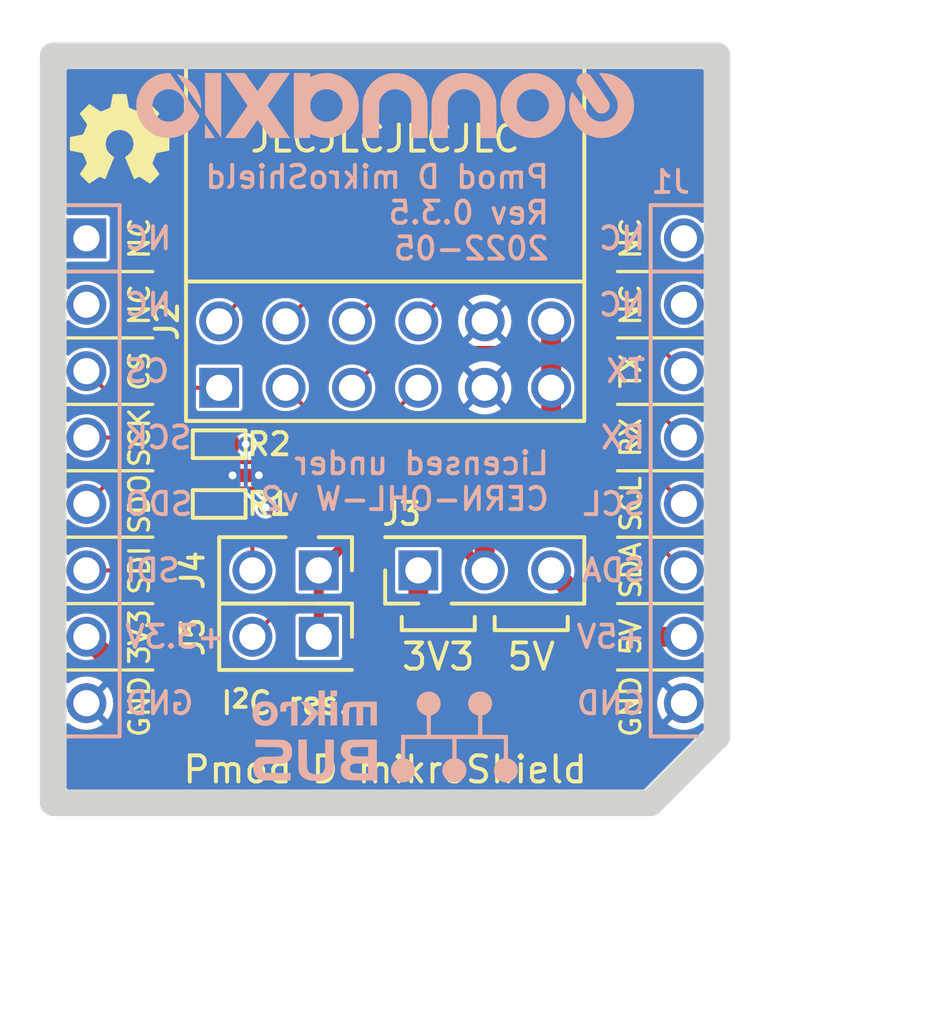
<source format=kicad_pcb>
(kicad_pcb (version 20211014) (generator pcbnew)
  (layers (0 "F.Cu" signal) (31 "B.Cu" signal) (35 "F.Paste" user) (36 "B.SilkS" user "B.Silkscreen") (37 "F.SilkS" user "F.Silkscreen") (38 "B.Mask" user) (39 "F.Mask" user) (44 "Edge.Cuts" user))
  (property "author" "Marc-Antoine Lalonde")
  (property "company" "Connaxio inc.")
  (property "day" "08")
  (property "month" "05")
  (property "rev" "0.3.5")
  (property "title" "Pmod D mikroShield")
  (property "year" "2022")
  (net 0 "")
  (net 1 "/CS")
  (net 2 "/SCK")
  (net 3 "/SDO")
  (net 4 "/SDI")
  (net 5 "+3.3VA")
  (net 6 "GND")
  (net 7 "/IO9")
  (net 8 "/IO10")
  (net 9 "/IO18")
  (net 10 "/IO23")
  (net 11 "+5VD")
  (net 12 "/VCC")
  (net 13 "Net-(J4-Pad2)")
  (net 14 "Net-(J5-Pad2)")
  (footprint "connaxio-connectors:CON_HDR_100MILS_M_TH_1X3" (layer "F.Cu") (at 143.51 118.11 90)
    (fp_text reference "J3" (at 2.159 -3.175 180) (layer "F.SilkS") (effects (font (size 0.85 0.85))))
    (fp_text value "CON_HDR_100MILS_M_TH_1X3")
    (pad "1" thru_hole rect locked (at 0 -2.54 90) (size 1.524 1.524) (drill 1) (layers *.Cu *.Mask) (net 5 "+3.3VA"))
    (pad "2" thru_hole circle locked (at 0 0 90) (size 1.524 1.524) (drill 1) (layers *.Cu *.Mask) (net 12 "/VCC"))
    (pad "3" thru_hole circle locked (at 0 2.54 90) (size 1.524 1.524) (drill 1) (layers *.Cu *.Mask) (net 11 "+5VD"))
  )
  (footprint "connaxio-connectors:CON_HDR_100MILS_M_TH_1X2" (layer "F.Cu") (at 135.89 118.11 -90)
    (fp_text reference "J4" (at 0 3.556 90) (layer "F.SilkS") (effects (font (size 0.85 0.85))))
    (fp_text value "CON_HDR_100MILS_M_TH_1X2")
    (pad "1" thru_hole rect (at 0 -1.27 270) (size 1.524 1.524) (drill 1) (layers *.Cu *.Mask) (net 12 "/VCC"))
    (pad "2" thru_hole circle (at 0 1.27 270) (size 1.524 1.524) (drill 1) (layers *.Cu *.Mask) (net 13 "Net-(J4-Pad2)"))
  )
  (footprint "connaxio-connectors:CON_HDR_100MILS_M_TH_1X2" (layer "F.Cu") (at 135.89 120.65 -90)
    (fp_text reference "J5" (at 0 3.556 90) (layer "F.SilkS") (effects (font (size 0.85 0.85))))
    (fp_text value "CON_HDR_100MILS_M_TH_1X2")
    (pad "1" thru_hole rect (at 0 -1.27 270) (size 1.524 1.524) (drill 1) (layers *.Cu *.Mask) (net 12 "/VCC"))
    (pad "2" thru_hole circle (at 0 1.27 270) (size 1.524 1.524) (drill 1) (layers *.Cu *.Mask) (net 14 "Net-(J5-Pad2)"))
  )
  (footprint "connaxio-connectors:CON_HDR_100MILS_F_TH_RA_2X6" (layer "F.Cu") (at 139.7 108.585 90)
    (fp_text reference "J2" (at 0 -8.35 90) (layer "F.SilkS") (effects (font (size 0.85 0.85))))
    (fp_text value "CON_HDR_100MILS_F_TH_RA_2X6")
    (pad "1" thru_hole rect (at -2.54 -6.35 90) (size 1.524 1.524) (drill 1) (layers *.Cu *.Mask) (net 1 "/CS"))
    (pad "2" thru_hole circle (at -2.54 -3.81 90) (size 1.524 1.524) (drill 1) (layers *.Cu *.Mask) (net 3 "/SDO"))
    (pad "3" thru_hole circle (at -2.54 -1.27 90) (size 1.524 1.524) (drill 1) (layers *.Cu *.Mask) (net 4 "/SDI"))
    (pad "4" thru_hole circle (at -2.54 1.27 90) (size 1.524 1.524) (drill 1) (layers *.Cu *.Mask) (net 2 "/SCK"))
    (pad "5" thru_hole circle (at -2.54 3.81 90) (size 1.524 1.524) (drill 1) (layers *.Cu *.Mask) (net 6 "GND"))
    (pad "6" thru_hole circle (at -2.54 6.35 90) (size 1.524 1.524) (drill 1) (layers *.Cu *.Mask) (net 12 "/VCC"))
    (pad "7" thru_hole circle (at 0 -6.35 90) (size 1.524 1.524) (drill 1) (layers *.Cu *.Mask) (net 7 "/IO9"))
    (pad "8" thru_hole circle (at 0 -3.81 90) (size 1.524 1.524) (drill 1) (layers *.Cu *.Mask) (net 8 "/IO10"))
    (pad "9" thru_hole circle (at 0 -1.27 90) (size 1.524 1.524) (drill 1) (layers *.Cu *.Mask) (net 9 "/IO18"))
    (pad "10" thru_hole circle (at 0 1.27 90) (size 1.524 1.524) (drill 1) (layers *.Cu *.Mask) (net 10 "/IO23"))
    (pad "11" thru_hole circle (at 0 3.81 90) (size 1.524 1.524) (drill 1) (layers *.Cu *.Mask) (net 6 "GND"))
    (pad "12" thru_hole circle (at 0 6.35 90) (size 1.524 1.524) (drill 1) (layers *.Cu *.Mask) (net 12 "/VCC"))
  )
  (footprint "LOGO" (layer "F.Cu") (at 129.54 101.6)
    (fp_text reference "G***" hide)
    (fp_text value "LOGO" hide)
  )
  (footprint "connaxio-resistors:RES_0402_1005M" (layer "F.Cu") (at 133.35 115.57 180)
    (fp_text reference "R1" (at -1.905 0) (layer "F.SilkS") (effects (font (size 0.85 0.85))))
    (fp_text value "RES_1.00KΩ_1%_0402")
    (pad "1" smd roundrect (at -0.5 0 180) (size 0.5 0.6) (layers "F.Cu" "F.Paste" "F.Mask") (net 13 "Net-(J4-Pad2)"))
    (pad "2" smd roundrect (at 0.5 0 180) (size 0.5 0.6) (layers "F.Cu" "F.Paste" "F.Mask") (net 4 "/SDI"))
  )
  (footprint "connaxio-resistors:RES_0402_1005M" (layer "F.Cu") (at 133.35 113.284 180)
    (fp_text reference "R2" (at -1.905 0) (layer "F.SilkS") (effects (font (size 0.85 0.85))))
    (fp_text value "RES_1.00KΩ_1%_0402")
    (pad "1" smd roundrect (at -0.5 0 180) (size 0.5 0.6) (layers "F.Cu" "F.Paste" "F.Mask") (net 14 "Net-(J5-Pad2)"))
    (pad "2" smd roundrect (at 0.5 0 180) (size 0.5 0.6) (layers "F.Cu" "F.Paste" "F.Mask") (net 2 "/SCK"))
  )
  (footprint "connaxio-connectors:CON_HDR_MIKROBUS_ADDON_TH" (layer "F.Cu") (at 139.7 114.3)
    (fp_text reference "J1" (at 10.922 -11.049) (layer "B.SilkS") (effects (font (size 0.85 0.85)) (justify mirror)))
    (fp_text value "CON_HDR_MIKROBUS_ADDON_TH")
    (fp_text user "SDA" (at 10.033 3.81 unlocked) (layer "B.SilkS") (effects (font (size 0.85 0.85)) (justify left mirror)))
    (fp_text user "NC" (at -10.033 -6.35 unlocked) (layer "B.SilkS") (effects (font (size 0.85 0.85)) (justify right mirror)))
    (fp_text user "GND" (at -10.033 8.89 unlocked) (layer "B.SilkS") (effects (font (size 0.85 0.85)) (justify right mirror)))
    (fp_text user "NC" (at 10.033 -8.89 unlocked) (layer "B.SilkS") (effects (font (size 0.85 0.85)) (justify left mirror)))
    (fp_text user "+3.3V" (at -10.033 6.35 unlocked) (layer "B.SilkS") (effects (font (size 0.85 0.85)) (justify right mirror)))
    (fp_text user "TX" (at 10.033 -3.81 unlocked) (layer "B.SilkS") (effects (font (size 0.85 0.85)) (justify left mirror)))
    (fp_text user "SCK" (at -10.033 -1.27 unlocked) (layer "B.SilkS") (effects (font (size 0.85 0.85)) (justify right mirror)))
    (fp_text user "SDO" (at -10.033 1.27 unlocked) (layer "B.SilkS") (effects (font (size 0.85 0.85)) (justify right mirror)))
    (fp_text user "SCL" (at 10.033 1.27 unlocked) (layer "B.SilkS") (effects (font (size 0.85 0.85)) (justify left mirror)))
    (fp_text user "+5V" (at 10.033 6.35 unlocked) (layer "B.SilkS") (effects (font (size 0.85 0.85)) (justify left mirror)))
    (fp_text user "RX" (at 10.033 -1.27 unlocked) (layer "B.SilkS") (effects (font (size 0.85 0.85)) (justify left mirror)))
    (fp_text user "CS" (at -10.033 -3.81 unlocked) (layer "B.SilkS") (effects (font (size 0.85 0.85)) (justify right mirror)))
    (fp_text user "NC" (at 10.033 -6.35 unlocked) (layer "B.SilkS") (effects (font (size 0.85 0.85)) (justify left mirror)))
    (fp_text user "GND" (at 10.033 8.89 unlocked) (layer "B.SilkS") (effects (font (size 0.85 0.85)) (justify left mirror)))
    (fp_text user "NC" (at -10.033 -8.89 unlocked) (layer "B.SilkS") (effects (font (size 0.85 0.85)) (justify right mirror)))
    (fp_text user "SDI" (at -10.033 3.81 unlocked) (layer "B.SilkS") (effects (font (size 0.85 0.85)) (justify right mirror)))
    (fp_text user "SDI" (at -9.398 3.81 90) (layer "F.SilkS") (effects (font (size 0.762 0.762) (thickness 0.127))))
    (fp_text user "5V" (at 9.398 6.35 90) (layer "F.SilkS") (effects (font (size 0.762 0.762) (thickness 0.127))))
    (fp_text user "SDO" (at -9.398 1.27 90) (layer "F.SilkS") (effects (font (size 0.762 0.762) (thickness 0.127))))
    (fp_text user "RX" (at 9.398 -1.27 90) (layer "F.SilkS") (effects (font (size 0.762 0.762) (thickness 0.127))))
    (fp_text user "NC" (at 9.398 -8.89 90) (layer "F.SilkS") (effects (font (size 0.762 0.762) (thickness 0.127))))
    (fp_text user "CS" (at -9.398 -3.81 90) (layer "F.SilkS") (effects (font (size 0.762 0.762) (thickness 0.127))))
    (fp_text user "SDA" (at 9.398 3.81 90) (layer "F.SilkS") (effects (font (size 0.762 0.762) (thickness 0.127))))
    (fp_text user "SCK" (at -9.398 -1.27 90) (layer "F.SilkS") (effects (font (size 0.762 0.762) (thickness 0.127))))
    (fp_text user "SCL" (at 9.398 1.27 90) (layer "F.SilkS") (effects (font (size 0.762 0.762) (thickness 0.127))))
    (fp_text user "GND" (at 9.398 9.017 90) (layer "F.SilkS") (effects (font (size 0.762 0.762) (thickness 0.127))))
    (fp_text user "NC" (at 9.398 -6.35 90) (layer "F.SilkS") (effects (font (size 0.762 0.762) (thickness 0.127))))
    (fp_text user "TX" (at 9.398 -3.81 90) (layer "F.SilkS") (effects (font (size 0.762 0.762) (thickness 0.127))))
    (fp_text user "NC" (at -9.398 -8.89 90) (layer "F.SilkS") (effects (font (size 0.762 0.762) (thickness 0.127))))
    (fp_text user "NC" (at -9.398 -6.35 90) (layer "F.SilkS") (effects (font (size 0.762 0.762) (thickness 0.127))))
    (fp_text user "3V3" (at -9.398 6.35 90) (layer "F.SilkS") (effects (font (size 0.762 0.762) (thickness 0.127))))
    (fp_text user "GND" (at -9.398 9.017 90) (layer "F.SilkS") (effects (font (size 0.762 0.762) (thickness 0.127))))
    (pad "1" thru_hole rect (at -11.43 -8.89) (size 1.524 1.524) (drill 1) (layers *.Cu *.Mask))
    (pad "2" thru_hole circle (at -11.43 -6.35) (size 1.524 1.524) (drill 1) (layers *.Cu *.Mask))
    (pad "3" thru_hole circle (at -11.43 -3.81) (size 1.524 1.524) (drill 1) (layers *.Cu *.Mask) (net 1 "/CS"))
    (pad "4" thru_hole circle (at -11.43 -1.27) (size 1.524 1.524) (drill 1) (layers *.Cu *.Mask) (net 2 "/SCK"))
    (pad "5" thru_hole circle (at -11.43 1.27) (size 1.524 1.524) (drill 1) (layers *.Cu *.Mask) (net 3 "/SDO"))
    (pad "6" thru_hole circle (at -11.43 3.81) (size 1.524 1.524) (drill 1) (layers *.Cu *.Mask) (net 4 "/SDI"))
    (pad "7" thru_hole circle (at -11.43 6.35) (size 1.524 1.524) (drill 1) (layers *.Cu *.Mask) (net 5 "+3.3VA"))
    (pad "8" thru_hole circle (at -11.43 8.89) (size 1.524 1.524) (drill 1) (layers *.Cu *.Mask) (net 6 "GND"))
    (pad "9" thru_hole circle (at 11.43 -8.89) (size 1.524 1.524) (drill 1) (layers *.Cu *.Mask))
    (pad "10" thru_hole circle (at 11.43 -6.35) (size 1.524 1.524) (drill 1) (layers *.Cu *.Mask))
    (pad "11" thru_hole circle (at 11.43 -3.81) (size 1.524 1.524) (drill 1) (layers *.Cu *.Mask) (net 7 "/IO9"))
    (pad "12" thru_hole circle (at 11.43 -1.27) (size 1.524 1.524) (drill 1) (layers *.Cu *.Mask) (net 8 "/IO10"))
    (pad "13" thru_hole circle (at 11.43 1.27) (size 1.524 1.524) (drill 1) (layers *.Cu *.Mask) (net 9 "/IO18"))
    (pad "14" thru_hole circle (at 11.43 3.81) (size 1.524 1.524) (drill 1) (layers *.Cu *.Mask) (net 10 "/IO23"))
    (pad "15" thru_hole circle (at 11.43 6.35) (size 1.524 1.524) (drill 1) (layers *.Cu *.Mask) (net 11 "+5VD"))
    (pad "16" thru_hole circle (at 11.43 8.89) (size 1.524 1.524) (drill 1) (layers *.Cu *.Mask) (net 6 "GND"))
  )
  (footprint "LOGO" (layer "B.Cu") (at 139.7 124.46 180)
    (fp_text reference "G***" hide)
    (fp_text value "LOGO" hide)
  )
  (footprint "LOGO" (layer "B.Cu") (at 139.7 100.33 180)
    (fp_text reference "G***" hide)
    (fp_text value "LOGO" hide)
  )
  (gr_line (start 143.129 120.396) (end 143.129 119.888) (layer "F.SilkS") (width 0.15))
  (gr_line (start 140.335 119.888) (end 140.335 120.396) (layer "F.SilkS") (width 0.15))
  (gr_line (start 140.335 120.396) (end 143.129 120.396) (layer "F.SilkS") (width 0.15))
  (gr_line (start 146.685 120.396) (end 143.891 120.396) (layer "F.SilkS") (width 0.15))
  (gr_line (start 143.891 120.396) (end 143.891 119.888) (layer "F.SilkS") (width 0.15))
  (gr_line (start 146.685 119.888) (end 146.685 120.396) (layer "F.SilkS") (width 0.15))
  (gr_line (start 152.4 98.425) (end 127 98.425) (layer "Edge.Cuts") (width 1.016))
  (gr_line (start 127 127) (end 149.86 127) (layer "Edge.Cuts") (width 1.016))
  (gr_line (start 152.4 124.46) (end 152.4 98.425) (layer "Edge.Cuts") (width 1.016))
  (gr_line (start 127 98.425) (end 127 127) (layer "Edge.Cuts") (width 1.016))
  (gr_line (start 149.86 127) (end 152.4 124.46) (layer "Edge.Cuts") (width 1.016))
  (gr_text "${title}\nRev ${rev}\n${year}-${month}\n\n\n\n\n\nLicensed under\nCERN-OHL-W v2" (at 146.05 109.22) (layer "B.SilkS") (effects (font (size 0.85 0.85)) (justify left mirror)))
  (gr_text "3V3" (at 141.732 121.412) (layer "F.SilkS") (effects (font (size 1 1))))
  (gr_text "${title}" (at 139.7 125.73) (layer "F.SilkS") (effects (font (size 1 1))))
  (gr_text "JLCJLCJLCJLC" (at 139.7 101.6) (layer "F.SilkS") (effects (font (size 1 1))))
  (gr_text "I^{2}C res." (at 135.89 123.19) (layer "F.SilkS") (effects (font (size 0.85 0.85))))
  (gr_text "5V" (at 145.288 121.412) (layer "F.SilkS") (effects (font (size 1 1))))
  (segment (start 128.905 111.125) (end 128.27 110.49) (width 0.1524) (layer "F.Cu") (net 1))
  (segment (start 133.35 111.125) (end 128.905 111.125) (width 0.1524) (layer "F.Cu") (net 1))
  (segment (start 139.065 113.03) (end 140.97 111.125) (width 0.1524) (layer "F.Cu") (net 2))
  (segment (start 133.485 112.649) (end 135.001 112.649) (width 0.1524) (layer "F.Cu") (net 2))
  (segment (start 132.85 113.284) (end 133.485 112.649) (width 0.1524) (layer "F.Cu") (net 2))
  (segment (start 135.001 112.649) (end 135.382 113.03) (width 0.1524) (layer "F.Cu") (net 2))
  (segment (start 135.382 113.03) (end 139.065 113.03) (width 0.1524) (layer "F.Cu") (net 2))
  (segment (start 132.85 113.284) (end 132.596 113.03) (width 0.1524) (layer "F.Cu") (net 2))
  (segment (start 132.596 113.03) (end 128.27 113.03) (width 0.1524) (layer "F.Cu") (net 2))
  (segment (start 137.16 112.395) (end 138.938 112.395) (width 0.1524) (layer "F.Cu") (net 3))
  (segment (start 139.7 111.633) (end 139.7 110.617) (width 0.1524) (layer "F.Cu") (net 3))
  (segment (start 142.24 110.617) (end 142.24 112.141) (width 0.1524) (layer "F.Cu") (net 3))
  (segment (start 142.24 112.141) (end 140.4112 113.9698) (width 0.1524) (layer "F.Cu") (net 3))
  (segment (start 141.732 110.109) (end 142.24 110.617) (width 0.1524) (layer "F.Cu") (net 3))
  (segment (start 140.208 110.109) (end 141.732 110.109) (width 0.1524) (layer "F.Cu") (net 3))
  (segment (start 139.7 110.617) (end 140.208 110.109) (width 0.1524) (layer "F.Cu") (net 3))
  (segment (start 138.938 112.395) (end 139.7 111.633) (width 0.1524) (layer "F.Cu") (net 3))
  (segment (start 129.8702 113.9698) (end 128.27 115.57) (width 0.1524) (layer "F.Cu") (net 3))
  (segment (start 135.89 111.125) (end 137.16 112.395) (width 0.1524) (layer "F.Cu") (net 3))
  (segment (start 140.4112 113.9698) (end 129.8702 113.9698) (width 0.1524) (layer "F.Cu") (net 3))
  (segment (start 141.559489 114.980511) (end 133.439489 114.980511) (width 0.1524) (layer "F.Cu") (net 4))
  (segment (start 144.653 111.887) (end 141.559489 114.980511) (width 0.1524) (layer "F.Cu") (net 4))
  (segment (start 144.018 109.601) (end 144.653 110.236) (width 0.1524) (layer "F.Cu") (net 4))
  (segment (start 132.85 115.57) (end 131.961 115.57) (width 0.1524) (layer "F.Cu") (net 4))
  (segment (start 144.653 110.236) (end 144.653 111.887) (width 0.1524) (layer "F.Cu") (net 4))
  (segment (start 129.421 118.11) (end 128.27 118.11) (width 0.1524) (layer "F.Cu") (net 4))
  (segment (start 129.9885 117.5425) (end 129.421 118.11) (width 0.1524) (layer "F.Cu") (net 4))
  (segment (start 133.439489 114.980511) (end 132.85 115.57) (width 0.1524) (layer "F.Cu") (net 4))
  (segment (start 138.43 111.125) (end 139.954 109.601) (width 0.1524) (layer "F.Cu") (net 4))
  (segment (start 139.954 109.601) (end 144.018 109.601) (width 0.1524) (layer "F.Cu") (net 4))
  (segment (start 131.961 115.57) (end 129.9885 117.5425) (width 0.1524) (layer "F.Cu") (net 4))
  (segment (start 140.97 121.2088) (end 140.97 118.11) (width 0.762) (layer "F.Cu") (net 5))
  (segment (start 128.27 120.65) (end 130.556 122.936) (width 0.762) (layer "F.Cu") (net 5))
  (segment (start 139.2428 122.936) (end 140.97 121.2088) (width 0.762) (layer "F.Cu") (net 5))
  (segment (start 130.556 122.936) (end 139.2428 122.936) (width 0.762) (layer "F.Cu") (net 5))
  (segment (start 133.8633 114.477811) (end 134.863389 114.477811) (width 0.508) (layer "F.Cu") (net 6))
  (segment (start 134.863389 114.477811) (end 134.8687 114.4725) (width 0.508) (layer "F.Cu") (net 6))
  (via (at 134.8687 114.4725) (size 0.6) (drill 0.3) (layers "F.Cu" "B.Cu") (net 6))
  (via (at 133.8633 114.477811) (size 0.6) (drill 0.3) (layers "F.Cu" "B.Cu") (net 6))
  (segment (start 151.13 110.49) (end 149.733 109.093) (width 0.1524) (layer "F.Cu") (net 7))
  (segment (start 147.828 104.902) (end 137.033 104.902) (width 0.1524) (layer "F.Cu") (net 7))
  (segment (start 137.033 104.902) (end 133.35 108.585) (width 0.1524) (layer "F.Cu") (net 7))
  (segment (start 149.733 109.093) (end 149.733 106.807) (width 0.1524) (layer "F.Cu") (net 7))
  (segment (start 149.733 106.807) (end 147.828 104.902) (width 0.1524) (layer "F.Cu") (net 7))
  (segment (start 148.971 110.871) (end 148.971 107.188) (width 0.1524) (layer "F.Cu") (net 8))
  (segment (start 148.971 107.188) (end 147.447 105.664) (width 0.1524) (layer "F.Cu") (net 8))
  (segment (start 138.811 105.664) (end 135.89 108.585) (width 0.1524) (layer "F.Cu") (net 8))
  (segment (start 151.13 113.03) (end 148.971 110.871) (width 0.1524) (layer "F.Cu") (net 8))
  (segment (start 147.447 105.664) (end 138.811 105.664) (width 0.1524) (layer "F.Cu") (net 8))
  (segment (start 148.209 107.442) (end 147.066 106.299) (width 0.1524) (layer "F.Cu") (net 9))
  (segment (start 148.209 112.649) (end 148.209 107.442) (width 0.1524) (layer "F.Cu") (net 9))
  (segment (start 151.13 115.57) (end 148.209 112.649) (width 0.1524) (layer "F.Cu") (net 9))
  (segment (start 147.066 106.299) (end 140.716 106.299) (width 0.1524) (layer "F.Cu") (net 9))
  (segment (start 140.716 106.299) (end 138.43 108.585) (width 0.1524) (layer "F.Cu") (net 9))
  (segment (start 142.494 107.061) (end 146.685 107.061) (width 0.1524) (layer "F.Cu") (net 10))
  (segment (start 147.574 107.95) (end 147.574 114.554) (width 0.1524) (layer "F.Cu") (net 10))
  (segment (start 147.574 114.554) (end 151.13 118.11) (width 0.1524) (layer "F.Cu") (net 10))
  (segment (start 140.97 108.585) (end 142.494 107.061) (width 0.1524) (layer "F.Cu") (net 10))
  (segment (start 146.685 107.061) (end 147.574 107.95) (width 0.1524) (layer "F.Cu") (net 10))
  (segment (start 151.13 120.65) (end 148.59 120.65) (width 0.762) (layer "F.Cu") (net 11))
  (segment (start 148.59 120.65) (end 146.05 118.11) (width 0.762) (layer "F.Cu") (net 11))
  (segment (start 146.05 108.585) (end 146.05 111.125) (width 0.762) (layer "F.Cu") (net 12))
  (segment (start 139.192 116.078) (end 137.16 118.11) (width 0.381) (layer "F.Cu") (net 12))
  (segment (start 137.16 118.11) (end 137.16 120.65) (width 0.381) (layer "F.Cu") (net 12))
  (segment (start 146.05 113.919) (end 146.05 111.125) (width 0.762) (layer "F.Cu") (net 12))
  (segment (start 141.478 116.078) (end 139.192 116.078) (width 0.381) (layer "F.Cu") (net 12))
  (segment (start 143.51 116.459) (end 146.05 113.919) (width 0.762) (layer "F.Cu") (net 12))
  (segment (start 143.51 118.11) (end 143.51 116.459) (width 0.762) (layer "F.Cu") (net 12))
  (segment (start 141.478 116.078) (end 143.51 118.11) (width 0.381) (layer "F.Cu") (net 12))
  (segment (start 134.62 118.11) (end 134.62 116.34) (width 0.1524) (layer "F.Cu") (net 13))
  (segment (start 134.62 116.34) (end 133.85 115.57) (width 0.1524) (layer "F.Cu") (net 13))
  (segment (start 135.128 115.697) (end 135.9154 116.4844) (width 0.1524) (layer "F.Cu") (net 14))
  (segment (start 135.9154 119.3546) (end 134.62 120.65) (width 0.1524) (layer "F.Cu") (net 14))
  (segment (start 135.9154 116.4844) (end 135.9154 119.3546) (width 0.1524) (layer "F.Cu") (net 14))
  (segment (start 133.85 113.284) (end 134.366 113.284) (width 0.1524) (layer "F.Cu") (net 14))
  (via (at 134.366 113.284) (size 0.6) (drill 0.3) (layers "F.Cu" "B.Cu") (net 14))
  (via (at 135.128 115.697) (size 0.6) (drill 0.3) (layers "F.Cu" "B.Cu") (net 14))
  (segment (start 134.366 114.935) (end 135.128 115.697) (width 0.1524) (layer "B.Cu") (net 14))
  (segment (start 134.366 113.284) (end 134.366 114.935) (width 0.1524) (layer "B.Cu") (net 14))
  (zone (net 6) (net_name "GND") (layer "B.Cu") (connect_pads (clearance 0.127)) (min_thickness 0.127) (fill yes (thermal_gap 0.254) (thermal_bridge_width 0.254))
    (polygon (pts (xy 151.892 124.206) (xy 149.606 126.492) (xy 127.508 126.492) (xy 127.508 98.933) (xy 151.892 98.933)))
  )
)
</source>
